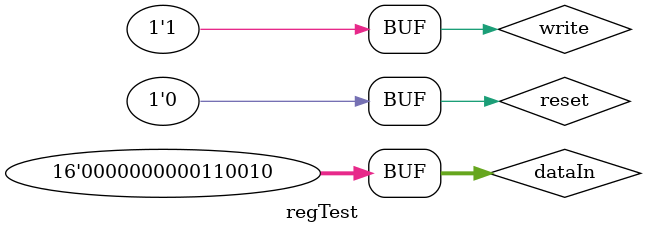
<source format=v>
`timescale 1ns / 1ps


module regTest;

	// Inputs
	reg [15:0] dataIn;
	reg write;
	reg reset;

	// Outputs
	wire [15:0] dataOut;

	// Instantiate the Unit Under Test (UUT)
	register16bit uut (
		.dataIn(dataIn), 
		.write(write), 
		.reset(reset), 
		.dataOut(dataOut)
	);

	initial begin
		// Initialize Inputs
		dataIn = 0;
		write = 0;
		reset = 0;

		// Wait 100 ns for global reset to finish
		#100;
		
		reset = 1; #10;
		reset = 0; #10;
		
      dataIn = 100; #10;
      dataIn = 150; #10;
      dataIn = 50; #10;
		write = 1; #10;
      dataIn = 100; #10;
      dataIn = 150; #10;
      dataIn = 50; #10;
      

	end
      
endmodule


</source>
